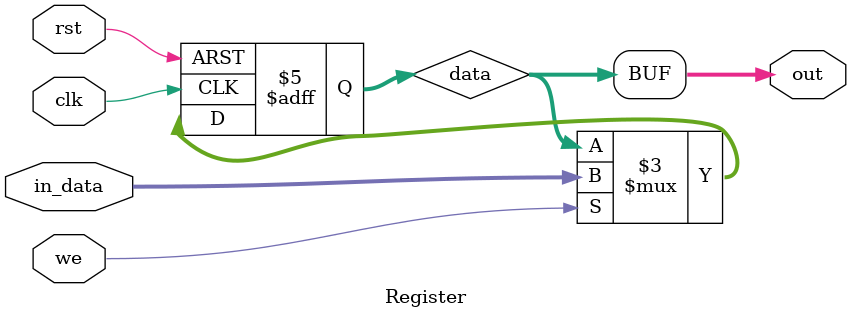
<source format=v>
module Register #(parameter SIZE = 32) (clk, rst, we, in_data, out);
    input clk, rst, we;
    input [SIZE-1:0] in_data;
    reg [SIZE-1:0] data;
    output [SIZE-1:0] out;
    assign out = data;
    always @(posedge clk, posedge rst) begin
        if (rst)
            data = 0;
        else begin
            if (we) begin
                data = in_data;
            end
        end
    end

endmodule
</source>
